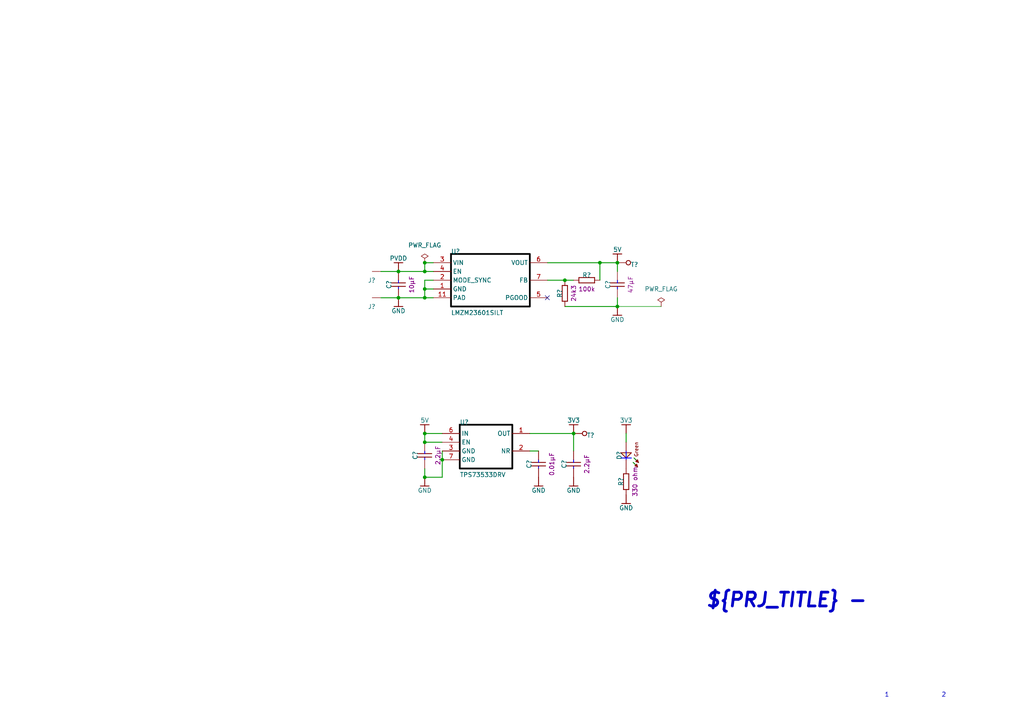
<source format=kicad_sch>
(kicad_sch (version 20230121) (generator eeschema)
  (paper "A4")
  (title_block (title "KA30GAN") (rev "1.0") (company "IPM Group ©"))
  (lib_symbols
    (symbol "ka30gan:3V3" (power)
      (property "Reference" "#PWR" (at 0 0 0))
      (property "Value" "3V3" (at 0 3.81 0))
      (symbol "3V3_0_0"
        (polyline (pts (xy -1.27 -2.54) (xy 1.27 -2.54)) (stroke (width 0.254)))
        (polyline (pts (xy 0 0) (xy 0 -2.54)) (stroke (width 0.254)))
        (pin power_in line (at 0 0 0) (length 0) hide (name "3V3") (number ""))
      )
    )
    (symbol "ka30gan:5V" (power)
      (property "Reference" "#PWR" (at 0 0 0))
      (property "Value" "5V" (at 0 3.81 0))
      (symbol "5V_0_0"
        (polyline (pts (xy -1.27 -2.54) (xy 1.27 -2.54)) (stroke (width 0.254)))
        (polyline (pts (xy 0 0) (xy 0 -2.54)) (stroke (width 0.254)))
        (pin power_in line (at 0 0 0) (length 0) hide (name "5V") (number ""))
      )
    )
    (symbol "ka30gan:GND" (power)
      (property "Reference" "#PWR" (at 0 0 0))
      (property "Value" "GND" (at 0 3.81 0))
      (symbol "GND_0_0"
        (polyline (pts (xy -1.27 -2.54) (xy 1.27 -2.54)) (stroke (width 0.254)))
        (polyline (pts (xy 0 0) (xy 0 -2.54)) (stroke (width 0.254)))
        (pin power_in line (at 0 0 0) (length 0) hide (name "GND") (number ""))
      )
    )
    (symbol "ka30gan:PVDD" (power)
      (property "Reference" "#PWR" (at 0 0 0))
      (property "Value" "PVDD" (at 0 3.81 0))
      (symbol "PVDD_0_0"
        (polyline (pts (xy -1.27 -2.54) (xy 1.27 -2.54)) (stroke (width 0.254)))
        (polyline (pts (xy 0 0) (xy 0 -2.54)) (stroke (width 0.254)))
        (pin power_in line (at 0 0 0) (length 0) hide (name "PVDD") (number ""))
      )
    )
    (symbol "ka30gan:root_0_1way"
      (symbol "root_0_1way_1_0"
        (pin passive line (at 2.54 0 180) (length 2.54) (name "1") (number "1"))
      )
    )
    (symbol "ka30gan:root_0_LMZM23601SILT"
      (symbol "root_0_LMZM23601SILT_1_0"
        (polyline (pts (xy 5.08 0) (xy 5.08 -15.24) (xy 27.94 -15.24) (xy 27.94 0) (xy 5.08 0)) (stroke (width 0.508) (color 0 0 0 1)))
        (pin power_in line (at 0 -10.16 0) (length 5.08) (name "GND") (number "1"))
        (pin power_in line (at 0 -12.7 0) (length 5.08) (name "PAD") (number "11"))
        (pin input line (at 0 -7.62 0) (length 5.08) (name "MODE_SYNC") (number "2"))
        (pin power_in line (at 0 -2.54 0) (length 5.08) (name "VIN") (number "3"))
        (pin input line (at 0 -5.08 0) (length 5.08) (name "EN") (number "4"))
        (pin open_collector line (at 33.02 -12.7 180) (length 5.08) (name "PGOOD") (number "5"))
        (pin power_out line (at 33.02 -2.54 180) (length 5.08) (name "VOUT") (number "6"))
        (pin input line (at 33.02 -7.62 180) (length 5.08) (name "FB") (number "7"))
      )
    )
    (symbol "ka30gan:root_0_Resistor"
      (symbol "root_0_Resistor_1_0"
        (polyline (pts (xy 1.524 -0.762) (xy 6.096 -0.762)) (stroke (width 0.254)))
        (polyline (pts (xy 1.524 0.762) (xy 1.524 -0.762)) (stroke (width 0.254)))
        (polyline (pts (xy 6.096 -0.762) (xy 6.096 0.762)) (stroke (width 0.254)))
        (polyline (pts (xy 6.096 0.762) (xy 1.524 0.762)) (stroke (width 0.254)))
        (pin passive line (at 0 0 0) (length 1.524) (name "1") (number "1"))
        (pin passive line (at 7.62 0 180) (length 1.524) (name "2") (number "2"))
      )
    )
    (symbol "ka30gan:root_0_TPS73533DRVR"
      (symbol "root_0_TPS73533DRVR_1_0"
        (polyline (pts (xy 5.08 0) (xy 5.08 -12.7) (xy 20.32 -12.7) (xy 20.32 0) (xy 5.08 0)) (stroke (width 0.508) (color 0 0 0 1)))
        (pin power_out line (at 25.4 -2.54 180) (length 5.08) (name "OUT") (number "1"))
        (pin passive line (at 25.4 -7.62 180) (length 5.08) (name "NR") (number "2"))
        (pin power_in line (at 0 -7.62 0) (length 5.08) (name "GND") (number "3"))
        (pin input line (at 0 -5.08 0) (length 5.08) (name "EN") (number "4"))
        (pin power_in line (at 0 -2.54 0) (length 5.08) (name "IN") (number "6"))
        (pin power_in line (at 0 -10.16 0) (length 5.08) (name "GND") (number "7"))
      )
    )
    (symbol "ka30gan:root_0_Test_Point_L"
      (symbol "root_0_Test_Point_L_1_0"
        (circle (center 3.175 -2.54) (radius 0.635) (stroke (width 0.254)))
        (pin passive line (at 0 -2.54 0) (length 2.54) (name "1") (number "1"))
      )
    )
    (symbol "ka30gan:root_1_Capacitor"
      (symbol "root_1_Capacitor_1_0"
        (polyline (pts (xy -2.032 4.318) (xy 2.032 4.318)) (stroke (width 0.254)))
        (polyline (pts (xy 0 2.54) (xy 0 3.302)) (stroke (width 0.254) (color 0 0 255 1)))
        (polyline (pts (xy 0 5.08) (xy 0 4.318)) (stroke (width 0.254) (color 0 0 255 1)))
        (polyline (pts (xy 2.032 3.302) (xy -2.032 3.302)) (stroke (width 0.254)))
        (pin passive line (at 0 0 90) (length 2.54) (name "1") (number "1"))
        (pin passive line (at 0 7.62 270) (length 2.54) (name "2") (number "2"))
      )
    )
    (symbol "ka30gan:root_1_Resistor"
      (symbol "root_1_Resistor_1_0"
        (polyline (pts (xy -0.762 1.524) (xy 0.762 1.524)) (stroke (width 0.254)))
        (polyline (pts (xy -0.762 6.096) (xy -0.762 1.524)) (stroke (width 0.254)))
        (polyline (pts (xy 0.762 1.524) (xy 0.762 6.096)) (stroke (width 0.254)))
        (polyline (pts (xy 0.762 6.096) (xy -0.762 6.096)) (stroke (width 0.254)))
        (pin passive line (at 0 0 90) (length 1.524) (name "1") (number "1"))
        (pin passive line (at 0 7.62 270) (length 1.524) (name "2") (number "2"))
      )
    )
    (symbol "ka30gan:root_3_LED Green 0402"
      (symbol "root_3_LED Green 0402_1_0"
        (polyline (pts (xy 0 1.27) (xy 0 -1.27)) (stroke (width 0.254) (color 0 0 255 1)))
        (polyline (pts (xy 1.524 -0.762) (xy -1.524 -0.762)) (stroke (width 0.254) (color 0 0 255 1)))
        (polyline (pts (xy 2.032 -2.032) (xy 3.302 -3.302)) (stroke (width 0.254) (color 0 128 0 1)))
        (polyline (pts (xy 2.286 -0.762) (xy 3.556 -2.032)) (stroke (width 0.254) (color 0 128 0 1)))
        (polyline (pts (xy -1.524 0.762) (xy 0 -0.762) (xy 1.524 0.762) (xy -1.524 0.762)) (stroke (width 0.254)) (fill (type background)))
        (polyline (pts (xy 3.302 -3.302) (xy 3.048 -2.54) (xy 2.54 -3.048) (xy 3.302 -3.302)) (stroke (width 0.254)) (fill (type outline)))
        (polyline (pts (xy 3.556 -2.032) (xy 3.302 -1.27) (xy 2.794 -1.778) (xy 3.556 -2.032)) (stroke (width 0.254)) (fill (type outline)))
        (text "Green" (at 3.556 1.778 900) (effects (font (size 1.016 1.016)) (justify bottom)))
        (pin passive line (at 0 -3.81 90) (length 2.54) (name "C") (number "1"))
        (pin passive line (at 0 3.81 270) (length 2.54) (name "A") (number "2"))
      )
    )
    (symbol "power:PWR_FLAG" (power) (pin_numbers hide) (pin_names (offset 0) hide)
      (property "Value" "PWR_FLAG" (at 0 3.81 0))
      (symbol "PWR_FLAG_0_0"
        (pin power_out line (at 0 0 90) (length 0) (name "pwr") (number "1"))
      )
      (symbol "PWR_FLAG_0_1"
        (polyline (pts (xy 0 0) (xy 0 1.27) (xy -1.016 1.905) (xy 0 2.54) (xy 1.016 1.905) (xy 0 1.27)))
      )
    )
  )
  (junction (at 179.07 76.2))
  (junction (at 115.57 78.74))
  (junction (at 123.19 83.82))
  (junction (at 128.27 133.35))
  (junction (at 179.07 88.9))
  (junction (at 115.57 86.36))
  (junction (at 123.19 138.43))
  (junction (at 163.83 81.28))
  (junction (at 123.19 76.2))
  (junction (at 173.99 76.2))
  (junction (at 166.37 125.73))
  (junction (at 123.19 128.27))
  (junction (at 123.19 86.36))
  (junction (at 123.19 125.73))
  (junction (at 123.19 78.74))
  (no_connect (at 158.75 86.36))
  (wire (pts (xy 173.99 81.28) (xy 173.99 76.2)) (stroke (width 0.254)))
  (wire (pts (xy 123.19 138.43) (xy 123.19 135.89)) (stroke (width 0.254)))
  (wire (pts (xy 128.27 130.81) (xy 128.27 133.35)) (stroke (width 0.254)))
  (wire (pts (xy 123.19 86.36) (xy 115.57 86.36)) (stroke (width 0.254)))
  (wire (pts (xy 123.19 81.28) (xy 123.19 83.82)) (stroke (width 0.254)))
  (wire (pts (xy 125.73 81.28) (xy 123.19 81.28)) (stroke (width 0.254)))
  (wire (pts (xy 125.73 83.82) (xy 123.19 83.82)) (stroke (width 0.254)))
  (wire (pts (xy 153.67 130.81) (xy 156.21 130.81)) (stroke (width 0.254)))
  (wire (pts (xy 123.19 83.82) (xy 123.19 86.36)) (stroke (width 0.254)))
  (wire (pts (xy 153.67 125.73) (xy 166.37 125.73)) (stroke (width 0.254)))
  (wire (pts (xy 166.37 81.28) (xy 163.83 81.28)) (stroke (width 0.254)))
  (wire (pts (xy 110.49 86.36) (xy 115.57 86.36)) (stroke (width 0.254)))
  (wire (pts (xy 181.61 125.73) (xy 181.61 128.27)) (stroke (width 0.254)))
  (wire (pts (xy 123.19 78.74) (xy 123.19 76.2)) (stroke (width 0.254)))
  (wire (pts (xy 179.07 76.2) (xy 173.99 76.2)) (stroke (width 0.254)))
  (wire (pts (xy 123.19 76.2) (xy 125.73 76.2)) (stroke (width 0.254)))
  (wire (pts (xy 179.07 76.2) (xy 179.07 78.74)) (stroke (width 0.254)))
  (wire (pts (xy 123.19 125.73) (xy 128.27 125.73)) (stroke (width 0.254)))
  (wire (pts (xy 128.27 138.43) (xy 123.19 138.43)) (stroke (width 0.254)))
  (wire (pts (xy 123.19 128.27) (xy 123.19 125.73)) (stroke (width 0.254)))
  (wire (pts (xy 179.07 88.9) (xy 191.77 88.9)))
  (wire (pts (xy 179.07 88.9) (xy 163.83 88.9)) (stroke (width 0.254)))
  (wire (pts (xy 128.27 133.35) (xy 128.27 138.43)) (stroke (width 0.254)))
  (wire (pts (xy 125.73 78.74) (xy 123.19 78.74)) (stroke (width 0.254)))
  (wire (pts (xy 110.49 78.74) (xy 115.57 78.74)) (stroke (width 0.254)))
  (wire (pts (xy 166.37 125.73) (xy 166.37 130.81)) (stroke (width 0.254)))
  (wire (pts (xy 158.75 76.2) (xy 173.99 76.2)) (stroke (width 0.254)))
  (wire (pts (xy 163.83 81.28) (xy 158.75 81.28)) (stroke (width 0.254)))
  (wire (pts (xy 115.57 78.74) (xy 123.19 78.74)) (stroke (width 0.254)))
  (wire (pts (xy 128.27 128.27) (xy 123.19 128.27)) (stroke (width 0.254)))
  (wire (pts (xy 179.07 86.36) (xy 179.07 88.9)) (stroke (width 0.254)))
  (wire (pts (xy 123.19 86.36) (xy 125.73 86.36)) (stroke (width 0.254)))
  (text "${#}" (at 273.05 202.3872 0) (effects (font (size 1.27 1.27)) (justify left bottom)))
  (text "${##}" (at 256.54 202.3872 0) (effects (font (size 1.27 1.27)) (justify left bottom)))
  (text "${PRJ_TITLE} - ${SHEETNAME}" (at 204.47 176.53 0) (effects (font (size 4 4) bold italic) (justify left bottom)))
  (symbol (lib_id "ka30gan:GND") (at 166.37 138.43 0) (unit 1)
    (property "Reference" "#PWR?" (effects hide))
    (property "Value" "GND" (at 166.37 142.24 0))
  )
  (symbol (lib_id "ka30gan:root_0_Resistor") (at 166.37 81.28 0) (unit 1)
    (property "Reference" "R?" (at 170.18 80.518 0) (effects (justify bottom)))
    (property "Value" "${VALUEDISPLAYED}" (effects hide))
    (property "Footprint" "RESC1005X04L" (effects hide))
    (property "VALUEDISPLAYED" "100k" (at 170.18 84.582 0) (effects (justify bottom)))
    (property "PART NUMBER" "R0402_100k" (effects hide))
    (property "CASE" "0402" (effects hide))
    (property "DESIGNATOR" "R0402_100K" (effects hide))
    (property "MANUFACTURER" "PANASONIC" (effects hide))
    (property "MANUFACTURER PART NUMBER" "ERJ2RKF1003X" (effects hide))
    (property "MANUFACTURER1" "VISHAY" (effects hide))
    (property "MANUFACTURER1 PART NUMBER" "CRCW0402100KFKED" (effects hide))
    (property "COMPONENT HEIGHT" "0.4mm" (effects hide))
    (property "PART DESCRIPTION" "RES, 100 kohm, 50 V, 0402, 100 mW" (effects hide))
    (property "PIN COUNT" "2" (effects hide))
    (property "POWER" "0.1W" (effects hide))
    (property "SMD" "Yes" (effects hide))
    (property "TC" "±100ppm/°C" (effects hide))
    (property "SUPPLIER 1" "Farnell" (effects hide))
    (property "SUPPLIER 2" "RSComponents" (effects hide))
    (property "SUPPLIER 3" "Digi-Key" (effects hide))
    (property "SUPPLIER PART NUMBER 1" "2302839" (effects hide))
    (property "SUPPLIER PART NUMBER 2" "678-4684" (effects hide))
    (property "SUPPLIER PART NUMBER 3" "P100KLCT-ND" (effects hide))
    (property "TOLERANCE" "±1%" (effects hide))
  )
  (symbol (lib_id "ka30gan:3V3") (at 181.61 125.73 180) (unit 1)
    (property "Reference" "#PWR?" (effects hide))
    (property "Value" "3V3" (at 181.61 121.92 0))
  )
  (symbol (lib_id "ka30gan:root_1_Resistor") (at 181.61 143.51 0) (unit 1)
    (property "Reference" "R?" (at 180.848 139.7 90) (effects (justify bottom)))
    (property "Value" "${VALUEDISPLAYED}" (effects hide))
    (property "Footprint" "RESC1005X40N" (effects hide))
    (property "VALUEDISPLAYED" "330 ohm" (at 184.912 139.7 90) (effects (justify bottom)))
    (property "PART NUMBER" "R0402_330R" (effects hide))
    (property "CASE" "0402" (effects hide))
    (property "DESIGNATOR" "R0402_330R" (effects hide))
    (property "MANUFACTURER" "PANASONIC" (effects hide))
    (property "MANUFACTURER PART NUMBER" "ERJ2RKF3300X" (effects hide))
    (property "MANUFACTURER1" "KOA" (effects hide))
    (property "MANUFACTURER1 PART NUMBER" "RK73H1ETTP3300F" (effects hide))
    (property "COMPONENT HEIGHT" "0.4mm" (effects hide))
    (property "PART DESCRIPTION" "RES, 330 ohm, 50 V, 0402, 100 mW" (effects hide))
    (property "PIN COUNT" "2" (effects hide))
    (property "POWER" "0.1W" (effects hide))
    (property "SMD" "Yes" (effects hide))
    (property "TC" "±100ppm/°C" (effects hide))
    (property "SUPPLIER 1" "Farnell" (effects hide))
    (property "SUPPLIER 2" "RSComponents" (effects hide))
    (property "SUPPLIER 3" "Digi-Key" (effects hide))
    (property "SUPPLIER PART NUMBER 1" "2302581" (effects hide))
    (property "SUPPLIER PART NUMBER 2" "631-7972" (effects hide))
    (property "SUPPLIER PART NUMBER 3" "P330LCT-ND" (effects hide))
    (property "TOLERANCE" "±1%" (effects hide))
  )
  (symbol (lib_id "ka30gan:root_0_1way") (at 107.95 86.36 0) (unit 1) (in_bom no)
    (property "Reference" "J?" (at 106.68 89.662 0) (effects (justify left bottom)))
    (property "Value" "2 way net tie junction" (effects hide))
    (property "Footprint" "J_pin_3x4" (effects hide))
    (property "FOOTPRINTNOTE" "LP=12mil, MP=40mil, HP=120mil" (effects hide))
  )
  (symbol (lib_id "ka30gan:root_1_Capacitor") (at 166.37 138.43 0) (unit 1)
    (property "Reference" "C?" (at 164.338 134.62 90) (effects (justify bottom)))
    (property "Value" "${VALUEDISPLAYED}" (effects hide))
    (property "Footprint" "CAPC1005X05L" (effects hide))
    (property "VALUEDISPLAYED" "2.2µF" (at 170.942 134.62 90) (effects (justify bottom)))
    (property "PART NUMBER" "C0402_2u2 6.3V" (effects hide))
    (property "CASE" "0402" (effects hide))
    (property "DESIGNATOR" "C0402_2u2 6.3V" (effects hide))
    (property "MANUFACTURER" "GENERIC" (effects hide))
    (property "MANUFACTURER PART NUMBER" "GRT155R60J225KE01D" (effects hide))
    (property "MANUFACTURER1" "MURATA" (effects hide))
    (property "MANUFACTURER1 PART NUMBER" "GRM155R60J225ME95D" (effects hide))
    (property "COMPONENT HEIGHT" "0.55mm" (effects hide))
    (property "PART DESCRIPTION" "CAP, CERM, 0402, 2.2 µF, 6.3 V, ± 10%, X5R" (effects hide))
    (property "PIN COUNT" "2" (effects hide))
    (property "SMD" "Yes" (effects hide))
    (property "DIELECTRIC" "X5R" (effects hide))
    (property "TOLERANCE" "±10%" (effects hide))
    (property "CAP_F" "0,0000022" (effects hide))
    (property "VOLTAGE" "6.3V" (effects hide))
    (property "SUPPLIER 1" "Farnell" (effects hide))
    (property "SUPPLIER 2" "RSComponents" (effects hide))
    (property "SUPPLIER 3" "Digi-Key" (effects hide))
    (property "SUPPLIER PART NUMBER 1" "2672109" (effects hide))
    (property "SUPPLIER PART NUMBER 3" "587-1453-1-ND" (effects hide))
  )
  (symbol (lib_id "ka30gan:root_3_LED Green 0402") (at 181.61 132.08 0) (unit 1)
    (property "Reference" "D?" (at 180.34 132.08 90) (effects (justify bottom)))
    (property "Value" "${COLOR}" (effects hide))
    (property "Footprint" "WL-SMCC_0402 G" (effects hide))
    (property "COLOR" "Green" (effects hide))
    (property "PACKAGEDESCRIPTION" "0402" (effects hide))
    (property "PART DESCRIPTION" "LED Green 0402 WL-SMCC" (effects hide))
    (property "MANUFACTURER" "Wurth Elektronik" (effects hide))
    (property "MANUFACTURER PART NUMBER" "150040VS73240" (effects hide))
    (property "PIN COUNT" "2" (effects hide))
    (property "MOUNTED" "Yes" (effects hide))
    (property "SMD" "Yes" (effects hide))
    (property "MANUFACTURER1 COMPONENTHEIGHT" "0.5mm" (effects hide))
    (property "CASE" "0402" (effects hide))
    (property "PART NUMBER" "150040VS73240" (effects hide))
    (property "SUPPLIER 1" "Farnell" (effects hide))
    (property "SUPPLIER 2" "RSComponents" (effects hide))
    (property "SUPPLIER 3" "Digi-Key" (effects hide))
    (property "SUPPLIER PART NUMBER 1" "2900755" (effects hide))
    (property "SUPPLIER PART NUMBER 2" "176-6170" (effects hide))
    (property "SUPPLIER PART NUMBER 3" "732-11992-1-ND" (effects hide))
  )
  (symbol (lib_id "ka30gan:GND") (at 181.61 143.51 0) (unit 1)
    (property "Reference" "#PWR?" (effects hide))
    (property "Value" "GND" (at 181.61 147.32 0))
  )
  (symbol (lib_id "ka30gan:root_0_LMZM23601SILT") (at 125.73 73.66 0) (unit 1)
    (property "Reference" "U?" (at 130.81 73.66 0) (effects (justify left bottom)))
    (property "Value" "${MANUFACTURER PART NUMBER}" (at 130.81 91.44 0) (effects (justify left bottom)))
    (property "Footprint" "SIL0010A" (effects hide))
    (property "MANUFACTURER" "Texas Instruments" (effects hide))
    (property "MANUFACTURER PART NUMBER" "LMZM23601SILT" (effects hide))
    (property "MOUNTED" "Yes" (effects hide))
    (property "PART DESCRIPTION" "36-V, 0.5-A Step-Down DC/DC Power Module in 3.8-mm × 3-mm Package" (effects hide))
    (property "PART NUMBER" "LMZM23601SILT" (effects hide))
    (property "PIN COUNT" "10" (effects hide))
    (property "SMD" "Yes" (effects hide))
    (property "SUPPLIER 1" "Farnell" (effects hide))
    (property "SUPPLIER 2" "RSComponents" (effects hide))
    (property "SUPPLIER 3" "Digi-Key" (effects hide))
    (property "SUPPLIER PART NUMBER 3" "296-49460-6-ND" (effects hide))
  )
  (symbol (lib_id "ka30gan:root_1_Capacitor") (at 156.21 138.43 0) (unit 1)
    (property "Reference" "C?" (at 154.178 134.62 90) (effects (justify bottom)))
    (property "Value" "${VALUEDISPLAYED}" (effects hide))
    (property "Footprint" "CAPC1005X05L" (effects hide))
    (property "VALUEDISPLAYED" "0.01µF" (at 160.782 134.62 90) (effects (justify bottom)))
    (property "PART NUMBER" "C0402_10n 50V" (effects hide))
    (property "CASE" "0402" (effects hide))
    (property "DESIGNATOR" "C0402_10n 50V" (effects hide))
    (property "MANUFACTURER" "MURATA" (effects hide))
    (property "MANUFACTURER PART NUMBER" "GCM155R71H103KA55D" (effects hide))
    (property "COMPONENT HEIGHT" "0.55mm" (effects hide))
    (property "PART DESCRIPTION" "CAP, CERM, 0402, 1000 pF, 50 V, ± 10%, X7R" (effects hide))
    (property "PIN COUNT" "2" (effects hide))
    (property "SMD" "Yes" (effects hide))
    (property "DIELECTRIC" "X7R" (effects hide))
    (property "TOLERANCE" "±10%" (effects hide))
    (property "CAP_F" "0,00000001" (effects hide))
    (property "VOLTAGE" "50V" (effects hide))
    (property "SUPPLIER 1" "Farnell" (effects hide))
    (property "SUPPLIER 2" "RSComponents" (effects hide))
    (property "SUPPLIER 3" "Digi-Key" (effects hide))
    (property "SUPPLIER PART NUMBER 1" "2470416" (effects hide))
    (property "SUPPLIER PART NUMBER 2" "723-4954" (effects hide))
    (property "SUPPLIER PART NUMBER 3" "490-4762-1-ND" (effects hide))
  )
  (symbol (lib_id "ka30gan:root_0_Test_Point_L") (at 179.07 73.66 0) (unit 1) (in_bom no)
    (property "Reference" "T?" (at 182.88 77.47 0) (effects (justify left bottom)))
    (property "Value" "Test_Point_L" (effects hide))
    (property "Footprint" "TestPoint_1" (effects hide))
    (property "SUPPLIER 1" "Farnell" (effects hide))
    (property "SUPPLIER 2" "RSComponents" (effects hide))
    (property "SUPPLIER 3" "Digi-Key" (effects hide))
  )
  (symbol (lib_id "ka30gan:PVDD") (at 115.57 78.74 180) (unit 1)
    (property "Reference" "#PWR?" (effects hide))
    (property "Value" "PVDD" (at 115.57 74.93 0))
  )
  (symbol (lib_id "ka30gan:GND") (at 156.21 138.43 0) (unit 1)
    (property "Reference" "#PWR?" (effects hide))
    (property "Value" "GND" (at 156.21 142.24 0))
  )
  (symbol (lib_id "ka30gan:root_0_Test_Point_L") (at 166.37 123.19 0) (unit 1) (in_bom no)
    (property "Reference" "T?" (at 170.18 127 0) (effects (justify left bottom)))
    (property "Value" "Test_Point_L" (effects hide))
    (property "Footprint" "TestPoint_1" (effects hide))
    (property "SUPPLIER 1" "Farnell" (effects hide))
    (property "SUPPLIER 2" "RSComponents" (effects hide))
    (property "SUPPLIER 3" "Digi-Key" (effects hide))
  )
  (symbol (lib_id "ka30gan:GND") (at 115.57 86.36 0) (unit 1)
    (property "Reference" "#PWR?" (effects hide))
    (property "Value" "GND" (at 115.57 90.17 0))
  )
  (symbol (lib_id "ka30gan:5V") (at 123.19 125.73 180) (unit 1)
    (property "Reference" "#PWR?" (effects hide))
    (property "Value" "5V" (at 123.19 121.92 0))
  )
  (symbol (lib_id "ka30gan:root_1_Capacitor") (at 115.57 86.36 0) (unit 1)
    (property "Reference" "C?" (at 113.538 82.55 90) (effects (justify bottom)))
    (property "Value" "${VALUEDISPLAYED}" (effects hide))
    (property "Footprint" "CAPC3225X140N" (effects hide))
    (property "VALUEDISPLAYED" "10µF" (at 120.142 82.55 90) (effects (justify bottom)))
    (property "PART NUMBER" "C1210_10u 50V" (effects hide))
    (property "CASE" "1210" (effects hide))
    (property "DESIGNATOR" "C1210_10u 50V" (effects hide))
    (property "MANUFACTURER" "TDK" (effects hide))
    (property "MANUFACTURER PART NUMBER" "C3225X7R1H106M250AC" (effects hide))
    (property "COMPONENT HEIGHT" "1.6mm" (effects hide))
    (property "PART DESCRIPTION" "CAP, CERM, 1210, 10 µF, 50 V, ± 20%, X7R" (effects hide))
    (property "PIN COUNT" "2" (effects hide))
    (property "SMD" "Yes" (effects hide))
    (property "DIELECTRIC" "X7R" (effects hide))
    (property "TOLERANCE" "±20%" (effects hide))
    (property "CAP_F" "0,00001" (effects hide))
    (property "VOLTAGE" "50V" (effects hide))
    (property "SUPPLIER 1" "Farnell" (effects hide))
    (property "SUPPLIER 2" "RSComponents" (effects hide))
    (property "SUPPLIER 3" "Digi-Key" (effects hide))
    (property "SUPPLIER PART NUMBER 1" "2547040" (effects hide))
    (property "SUPPLIER PART NUMBER 2" "916-3024" (effects hide))
    (property "SUPPLIER PART NUMBER 3" "587-1818-1-ND" (effects hide))
  )
  (symbol (lib_id "ka30gan:3V3") (at 166.37 125.73 180) (unit 1)
    (property "Reference" "#PWR?" (effects hide))
    (property "Value" "3V3" (at 166.37 121.92 0))
  )
  (symbol (lib_id "ka30gan:root_1_Capacitor") (at 179.07 86.36 0) (unit 1)
    (property "Reference" "C?" (at 177.038 82.55 90) (effects (justify bottom)))
    (property "Value" "${VALUEDISPLAYED}" (effects hide))
    (property "Footprint" "CAPC2012X135N" (effects hide))
    (property "VALUEDISPLAYED" "47µF" (at 183.642 82.55 90) (effects (justify bottom)))
    (property "PART NUMBER" "C0805_47u 6.3V" (effects hide))
    (property "CASE" "0805" (effects hide))
    (property "DESIGNATOR" "C0805_47u 6.3V" (effects hide))
    (property "MANUFACTURER" "MURATA" (effects hide))
    (property "MANUFACTURER PART NUMBER" "GRM21BR60J476ME15L" (effects hide))
    (property "COMPONENT HEIGHT" "0.87mm" (effects hide))
    (property "PART DESCRIPTION" "CAP, CERM, 0805 , 47 µF, 6.3 V, ± 20%, X7R" (effects hide))
    (property "PIN COUNT" "2" (effects hide))
    (property "SMD" "Yes" (effects hide))
    (property "DIELECTRIC" "X5R" (effects hide))
    (property "TOLERANCE" "±20%" (effects hide))
    (property "CAP_F" "0,000047" (effects hide))
    (property "VOLTAGE" "6.3V" (effects hide))
    (property "SUPPLIER 1" "Farnell" (effects hide))
    (property "SUPPLIER 2" "RSComponents" (effects hide))
    (property "SUPPLIER 3" "Digi-Key" (effects hide))
    (property "SUPPLIER PART NUMBER 1" "2362109" (effects hide))
    (property "SUPPLIER PART NUMBER 2" "846-7322" (effects hide))
    (property "SUPPLIER PART NUMBER 3" "490-9960-1-ND" (effects hide))
  )
  (symbol (lib_id "ka30gan:GND") (at 123.19 138.43 0) (unit 1)
    (property "Reference" "#PWR?" (effects hide))
    (property "Value" "GND" (at 123.19 142.24 0))
  )
  (symbol (lib_id "ka30gan:root_1_Capacitor") (at 123.19 135.89 0) (unit 1)
    (property "Reference" "C?" (at 121.158 132.08 90) (effects (justify bottom)))
    (property "Value" "${VALUEDISPLAYED}" (effects hide))
    (property "Footprint" "CAPC1005X05L" (effects hide))
    (property "VALUEDISPLAYED" "2.2µF" (at 127.762 132.08 90) (effects (justify bottom)))
    (property "PART NUMBER" "C0402_2u2 6.3V" (effects hide))
    (property "CASE" "0402" (effects hide))
    (property "DESIGNATOR" "C0402_2u2 6.3V" (effects hide))
    (property "MANUFACTURER" "GENERIC" (effects hide))
    (property "MANUFACTURER PART NUMBER" "GRT155R60J225KE01D" (effects hide))
    (property "MANUFACTURER1" "MURATA" (effects hide))
    (property "MANUFACTURER1 PART NUMBER" "GRM155R60J225ME95D" (effects hide))
    (property "COMPONENT HEIGHT" "0.55mm" (effects hide))
    (property "PART DESCRIPTION" "CAP, CERM, 0402, 2.2 µF, 6.3 V, ± 10%, X5R" (effects hide))
    (property "PIN COUNT" "2" (effects hide))
    (property "SMD" "Yes" (effects hide))
    (property "DIELECTRIC" "X5R" (effects hide))
    (property "TOLERANCE" "±10%" (effects hide))
    (property "CAP_F" "0,0000022" (effects hide))
    (property "VOLTAGE" "6.3V" (effects hide))
    (property "SUPPLIER 1" "Farnell" (effects hide))
    (property "SUPPLIER 2" "RSComponents" (effects hide))
    (property "SUPPLIER 3" "Digi-Key" (effects hide))
    (property "SUPPLIER PART NUMBER 1" "2672109" (effects hide))
    (property "SUPPLIER PART NUMBER 3" "587-1453-1-ND" (effects hide))
  )
  (symbol (lib_id "ka30gan:5V") (at 179.07 76.2 180) (unit 1)
    (property "Reference" "#PWR?" (effects hide))
    (property "Value" "5V" (at 179.07 72.39 0))
  )
  (symbol (lib_id "ka30gan:root_0_TPS73533DRVR") (at 128.27 123.19 0) (unit 1)
    (property "Reference" "U?" (at 133.35 123.19 0) (effects (justify left bottom)))
    (property "Value" "${MANUFACTURER PART NUMBER}" (at 133.35 138.43 0) (effects (justify left bottom)))
    (property "Footprint" "DRV0006A" (effects hide))
    (property "CASE" "SON" (effects hide))
    (property "MANUFACTURER" "Texas Instruments" (effects hide))
    (property "MANUFACTURER PART NUMBER" "TPS73533DRV" (effects hide))
    (property "MOUNTED" "Yes" (effects hide))
    (property "PACKAGEDESCRIPTION" "SON-6" (effects hide))
    (property "PART DESCRIPTION" "REG LINEAR 3.3V 500MA 6SON" (effects hide))
    (property "PART NUMBER" "TPS73533DRVR" (effects hide))
    (property "PIN COUNT" "6" (effects hide))
    (property "SMD" "Yes" (effects hide))
    (property "SUPPLIER 1" "Farnell" (effects hide))
    (property "SUPPLIER 2" "RSComponents" (effects hide))
    (property "SUPPLIER 3" "Digi-Key" (effects hide))
    (property "SUPPLIER PART NUMBER 2" "817-5395" (effects hide))
    (property "SUPPLIER PART NUMBER 3" "296-39486-2-ND" (effects hide))
  )
  (symbol (lib_id "power:PWR_FLAG") (at 191.77 88.9 0) (unit 1)
    (property "Reference" "#FLG01" (effects hide))
    (property "Value" "PWR_FLAG" (at 191.77 83.82 0))
    (instances (project "ka30gan" (path "" (reference "#FLG01") (unit 1)) (path "" (reference "#FLG06") (unit 1))))
  )
  (symbol (lib_id "power:PWR_FLAG") (at 123.19 76.2 0) (unit 1)
    (property "Reference" "#FLG01" (effects hide))
    (property "Value" "PWR_FLAG" (at 123.19 71.12 0))
    (instances (project "ka30gan" (path "" (reference "#FLG01") (unit 1)) (path "" (reference "#FLG03") (unit 1))))
  )
  (symbol (lib_id "ka30gan:root_0_1way") (at 107.95 78.74 0) (unit 1) (in_bom no)
    (property "Reference" "J?" (at 106.68 82.042 0) (effects (justify left bottom)))
    (property "Value" "2 way net tie junction" (effects hide))
    (property "Footprint" "J_pin_3x4" (effects hide))
    (property "FOOTPRINTNOTE" "LP=12mil, MP=40mil, HP=120mil" (effects hide))
  )
  (symbol (lib_id "ka30gan:root_1_Resistor") (at 163.83 88.9 0) (unit 1)
    (property "Reference" "R?" (at 163.068 85.09 90) (effects (justify bottom)))
    (property "Value" "${VALUEDISPLAYED}" (effects hide))
    (property "Footprint" "RESC1005X04L" (effects hide))
    (property "VALUEDISPLAYED" "24k3" (at 167.132 85.09 90) (effects (justify bottom)))
    (property "PART NUMBER" "R0402_24k3" (effects hide))
    (property "CASE" "0402" (effects hide))
    (property "DESIGNATOR" "R0402_24k3" (effects hide))
    (property "MANUFACTURER" "PANASONIC" (effects hide))
    (property "MANUFACTURER PART NUMBER" "ERJ2RKF2432X" (effects hide))
    (property "COMPONENT HEIGHT" "0.4mm" (effects hide))
    (property "PART DESCRIPTION" "RES, 24.3 kohm, 50 V, 0402, 100 mW" (effects hide))
    (property "PIN COUNT" "2" (effects hide))
    (property "POWER" "0.1W" (effects hide))
    (property "SMD" "Yes" (effects hide))
    (property "TC" "±100ppm/°C" (effects hide))
    (property "SUPPLIER 1" "Farnell" (effects hide))
    (property "SUPPLIER 2" "RSComponents" (effects hide))
    (property "SUPPLIER 3" "Digi-Key" (effects hide))
    (property "SUPPLIER PART NUMBER 1" "2302777" (effects hide))
    (property "SUPPLIER PART NUMBER 2" "815-4644" (effects hide))
    (property "SUPPLIER PART NUMBER 3" "P24.3KLCT-ND" (effects hide))
    (property "TOLERANCE" "±1%" (effects hide))
  )
  (symbol (lib_id "ka30gan:GND") (at 179.07 88.9 0) (unit 1)
    (property "Reference" "#PWR?" (effects hide))
    (property "Value" "GND" (at 179.07 92.71 0))
  )
)
</source>
